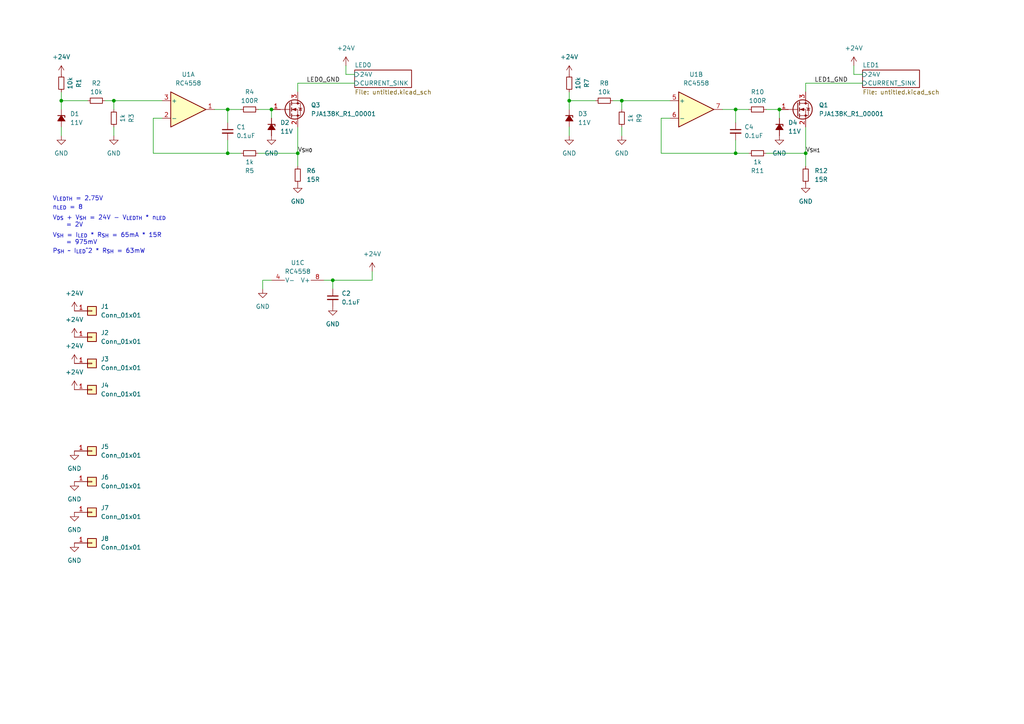
<source format=kicad_sch>
(kicad_sch (version 20230121) (generator eeschema)
  (paper "A4")
  (lib_symbols
    (symbol "Amplifier_Operational:RC4558" (pin_names (offset 0.127))
      (property "Reference" "U" (at 0 5.08 0))
      (property "Value" "RC4558" (at 0 -5.08 0))
      (symbol "RC4558_1_1"
        (polyline (pts (xy -5.08 5.08) (xy 5.08 0) (xy -5.08 -5.08) (xy -5.08 5.08)) (stroke (width 0.254)) (fill (type background)))
        (pin output line (at 7.62 0 180) (length 2.54) (name "~") (number "1"))
        (pin input line (at -7.62 -2.54 0) (length 2.54) (name "-") (number "2"))
        (pin input line (at -7.62 2.54 0) (length 2.54) (name "+") (number "3"))
      )
      (symbol "RC4558_2_1"
        (polyline (pts (xy -5.08 5.08) (xy 5.08 0) (xy -5.08 -5.08) (xy -5.08 5.08)) (stroke (width 0.254)) (fill (type background)))
        (pin input line (at -7.62 2.54 0) (length 2.54) (name "+") (number "5"))
        (pin input line (at -7.62 -2.54 0) (length 2.54) (name "-") (number "6"))
        (pin output line (at 7.62 0 180) (length 2.54) (name "~") (number "7"))
      )
      (symbol "RC4558_3_1"
        (pin power_in line (at -2.54 -7.62 90) (length 3.81) (name "V-") (number "4"))
        (pin power_in line (at -2.54 7.62 270) (length 3.81) (name "V+") (number "8"))
      )
    )
    (symbol "Connector_Generic:Conn_01x01" (pin_names (offset 1.016) hide)
      (property "Reference" "J" (at 0 2.54 0))
      (property "Value" "Conn_01x01" (at 0 -2.54 0))
      (symbol "Conn_01x01_1_1"
        (rectangle (start -1.27 0.127) (end 0 -0.127) (stroke (width 0.1524)))
        (rectangle (start -1.27 1.27) (end 1.27 -1.27) (stroke (width 0.254)) (fill (type background)))
        (pin passive line (at -5.08 0 0) (length 3.81) (name "Pin_1") (number "1"))
      )
    )
    (symbol "Device:C_Small" (pin_numbers hide) (pin_names (offset 0.254) hide)
      (property "Reference" "C" (at 0.254 1.778 0))
      (property "Value" "C_Small" (at 0.254 -2.032 0))
      (symbol "C_Small_0_1"
        (polyline (pts (xy -1.524 -0.508) (xy 1.524 -0.508)) (stroke (width 0.3302)))
        (polyline (pts (xy -1.524 0.508) (xy 1.524 0.508)) (stroke (width 0.3048)))
      )
      (symbol "C_Small_1_1"
        (pin passive line (at 0 2.54 270) (length 2.032) (name "~") (number "1"))
        (pin passive line (at 0 -2.54 90) (length 2.032) (name "~") (number "2"))
      )
    )
    (symbol "Device:D_Zener_Small_Filled" (pin_numbers hide) (pin_names (offset 0.254) hide)
      (property "Reference" "D" (at 0 2.286 0))
      (property "Value" "D_Zener_Small_Filled" (at 0 -2.286 0))
      (symbol "D_Zener_Small_Filled_0_1"
        (polyline (pts (xy 0.762 0) (xy -0.762 0)))
        (polyline (pts (xy -0.254 1.016) (xy -0.762 1.016) (xy -0.762 -1.016)) (stroke (width 0.254)))
        (polyline (pts (xy 0.762 1.016) (xy -0.762 0) (xy 0.762 -1.016) (xy 0.762 1.016)) (stroke (width 0.254)) (fill (type outline)))
      )
      (symbol "D_Zener_Small_Filled_1_1"
        (pin passive line (at -2.54 0 0) (length 1.778) (name "K") (number "1"))
        (pin passive line (at 2.54 0 180) (length 1.778) (name "A") (number "2"))
      )
    )
    (symbol "Device:Q_NMOS_GSD" (pin_names (offset 0) hide)
      (property "Reference" "Q" (at 5.08 1.27 0))
      (property "Value" "Q_NMOS_GSD" (at 5.08 -1.27 0))
      (symbol "Q_NMOS_GSD_0_1"
        (polyline (pts (xy 0.254 0) (xy -2.54 0)))
        (polyline (pts (xy 0.254 1.905) (xy 0.254 -1.905)) (stroke (width 0.254)))
        (polyline (pts (xy 0.762 -1.27) (xy 0.762 -2.286)) (stroke (width 0.254)))
        (polyline (pts (xy 0.762 0.508) (xy 0.762 -0.508)) (stroke (width 0.254)))
        (polyline (pts (xy 0.762 2.286) (xy 0.762 1.27)) (stroke (width 0.254)))
        (polyline (pts (xy 2.54 2.54) (xy 2.54 1.778)))
        (polyline (pts (xy 2.54 -2.54) (xy 2.54 0) (xy 0.762 0)))
        (polyline (pts (xy 0.762 -1.778) (xy 3.302 -1.778) (xy 3.302 1.778) (xy 0.762 1.778)))
        (polyline (pts (xy 1.016 0) (xy 2.032 0.381) (xy 2.032 -0.381) (xy 1.016 0)) (fill (type outline)))
        (polyline (pts (xy 2.794 0.508) (xy 2.921 0.381) (xy 3.683 0.381) (xy 3.81 0.254)))
        (polyline (pts (xy 3.302 0.381) (xy 2.921 -0.254) (xy 3.683 -0.254) (xy 3.302 0.381)))
        (circle (center 1.651 0) (radius 2.794) (stroke (width 0.254)))
        (circle (center 2.54 -1.778) (radius 0.254) (fill (type outline)))
        (circle (center 2.54 1.778) (radius 0.254) (fill (type outline)))
      )
      (symbol "Q_NMOS_GSD_1_1"
        (pin input line (at -5.08 0 0) (length 2.54) (name "G") (number "1"))
        (pin passive line (at 2.54 -5.08 90) (length 2.54) (name "S") (number "2"))
        (pin passive line (at 2.54 5.08 270) (length 2.54) (name "D") (number "3"))
      )
    )
    (symbol "Device:R_Small" (pin_numbers hide) (pin_names (offset 0.254) hide)
      (property "Reference" "R" (at 0.762 0.508 0))
      (property "Value" "R_Small" (at 0.762 -1.016 0))
      (symbol "R_Small_0_1"
        (rectangle (start -0.762 1.778) (end 0.762 -1.778) (stroke (width 0.2032)))
      )
      (symbol "R_Small_1_1"
        (pin passive line (at 0 2.54 270) (length 0.762) (name "~") (number "1"))
        (pin passive line (at 0 -2.54 90) (length 0.762) (name "~") (number "2"))
      )
    )
    (symbol "power:+24V" (power) (pin_names (offset 0))
      (property "Value" "+24V" (at 0 3.556 0))
      (symbol "+24V_0_1"
        (polyline (pts (xy -0.762 1.27) (xy 0 2.54)))
        (polyline (pts (xy 0 0) (xy 0 2.54)))
        (polyline (pts (xy 0 2.54) (xy 0.762 1.27)))
      )
      (symbol "+24V_1_1"
        (pin power_in line (at 0 0 90) (length 0) hide (name "+24V") (number "1"))
      )
    )
    (symbol "power:GND" (power) (pin_names (offset 0))
      (property "Value" "GND" (at 0 -3.81 0))
      (symbol "GND_0_1"
        (polyline (pts (xy 0 0) (xy 0 -1.27) (xy 1.27 -1.27) (xy 0 -2.54) (xy -1.27 -1.27) (xy 0 -1.27)))
      )
      (symbol "GND_1_1"
        (pin power_in line (at 0 0 270) (length 0) hide (name "GND") (number "1"))
      )
    )
  )
  (junction (at 66.04 31.75))
  (junction (at 33.02 29.21))
  (junction (at 66.04 44.45))
  (junction (at 78.74 31.75))
  (junction (at 17.78 29.21))
  (junction (at 96.52 81.28))
  (junction (at 180.34 29.21))
  (junction (at 86.36 44.45))
  (junction (at 233.68 44.45))
  (junction (at 226.06 31.75))
  (junction (at 213.36 31.75))
  (junction (at 165.1 29.21))
  (junction (at 213.36 44.45))
  (wire (pts (xy 217.17 44.45) (xy 213.36 44.45)))
  (wire (pts (xy 86.36 44.45) (xy 86.36 48.26)))
  (wire (pts (xy 74.93 44.45) (xy 86.36 44.45)))
  (wire (pts (xy 96.52 83.82) (xy 96.52 81.28)))
  (wire (pts (xy 69.85 44.45) (xy 66.04 44.45)))
  (wire (pts (xy 33.02 29.21) (xy 46.99 29.21)))
  (wire (pts (xy 233.68 24.13) (xy 250.19 24.13)))
  (wire (pts (xy 17.78 26.67) (xy 17.78 29.21)))
  (wire (pts (xy 66.04 44.45) (xy 66.04 40.64)))
  (wire (pts (xy 209.55 31.75) (xy 213.36 31.75)))
  (wire (pts (xy 66.04 31.75) (xy 66.04 35.56)))
  (wire (pts (xy 165.1 26.67) (xy 165.1 29.21)))
  (wire (pts (xy 222.25 31.75) (xy 226.06 31.75)))
  (wire (pts (xy 165.1 29.21) (xy 165.1 31.75)))
  (wire (pts (xy 213.36 31.75) (xy 213.36 35.56)))
  (wire (pts (xy 76.2 81.28) (xy 78.74 81.28)))
  (wire (pts (xy 44.45 34.29) (xy 46.99 34.29)))
  (wire (pts (xy 165.1 29.21) (xy 172.72 29.21)))
  (wire (pts (xy 17.78 29.21) (xy 17.78 31.75)))
  (wire (pts (xy 100.33 21.59) (xy 102.87 21.59)))
  (wire (pts (xy 86.36 36.83) (xy 86.36 44.45)))
  (wire (pts (xy 44.45 44.45) (xy 44.45 34.29)))
  (wire (pts (xy 247.65 19.05) (xy 247.65 21.59)))
  (wire (pts (xy 180.34 36.83) (xy 180.34 39.37)))
  (wire (pts (xy 247.65 21.59) (xy 250.19 21.59)))
  (wire (pts (xy 213.36 44.45) (xy 191.77 44.45)))
  (wire (pts (xy 33.02 29.21) (xy 33.02 31.75)))
  (wire (pts (xy 66.04 44.45) (xy 44.45 44.45)))
  (wire (pts (xy 222.25 44.45) (xy 233.68 44.45)))
  (wire (pts (xy 76.2 83.82) (xy 76.2 81.28)))
  (wire (pts (xy 191.77 34.29) (xy 194.31 34.29)))
  (wire (pts (xy 100.33 19.05) (xy 100.33 21.59)))
  (wire (pts (xy 17.78 36.83) (xy 17.78 39.37)))
  (wire (pts (xy 213.36 31.75) (xy 217.17 31.75)))
  (wire (pts (xy 191.77 44.45) (xy 191.77 34.29)))
  (wire (pts (xy 30.48 29.21) (xy 33.02 29.21)))
  (wire (pts (xy 78.74 31.75) (xy 78.74 34.29)))
  (wire (pts (xy 86.36 24.13) (xy 102.87 24.13)))
  (wire (pts (xy 66.04 31.75) (xy 69.85 31.75)))
  (wire (pts (xy 180.34 29.21) (xy 194.31 29.21)))
  (wire (pts (xy 233.68 26.67) (xy 233.68 24.13)))
  (wire (pts (xy 180.34 29.21) (xy 180.34 31.75)))
  (wire (pts (xy 165.1 36.83) (xy 165.1 39.37)))
  (wire (pts (xy 17.78 29.21) (xy 25.4 29.21)))
  (wire (pts (xy 96.52 81.28) (xy 93.98 81.28)))
  (wire (pts (xy 62.23 31.75) (xy 66.04 31.75)))
  (wire (pts (xy 226.06 31.75) (xy 226.06 34.29)))
  (wire (pts (xy 74.93 31.75) (xy 78.74 31.75)))
  (wire (pts (xy 86.36 26.67) (xy 86.36 24.13)))
  (wire (pts (xy 233.68 36.83) (xy 233.68 44.45)))
  (wire (pts (xy 233.68 44.45) (xy 233.68 48.26)))
  (wire (pts (xy 96.52 81.28) (xy 107.95 81.28)))
  (wire (pts (xy 107.95 78.74) (xy 107.95 81.28)))
  (wire (pts (xy 213.36 44.45) (xy 213.36 40.64)))
  (wire (pts (xy 33.02 36.83) (xy 33.02 39.37)))
  (wire (pts (xy 177.8 29.21) (xy 180.34 29.21)))
  (text "n_{LED} = 8" (at 15.24 60.96 0) (effects (font (size 1.27 1.27)) (justify left bottom)))
  (text "V_{DS} + V_{SH} = 24V - V_{LEDTH} * n_{LED}\n    = 2V" (at 15.24 66.04 0) (effects (font (size 1.27 1.27)) (justify left bottom)))
  (text "P_{SH} ~ I_{LED}^2 * R_{SH} = 63mW" (at 15.24 73.66 0) (effects (font (size 1.27 1.27)) (justify left bottom)))
  (text "V_{SH} = I_{LED} * R_{SH} = 65mA * 15R\n    = 975mV" (at 15.24 71.12 0) (effects (font (size 1.27 1.27)) (justify left bottom)))
  (text "V_{LED_{TH}} = 2.75V" (at 15.24 58.42 0) (effects (font (size 1.27 1.27)) (justify left bottom)))
  (label "LED0_GND" (at 88.9 24.13 0))
  (label "LED1_GND" (at 236.22 24.13 0))
  (label "V_{SH0}" (at 86.36 44.45 0))
  (label "V_{SH1}" (at 233.68 44.45 0))
  (symbol (lib_id "power:GND") (at 180.34 39.37 0) (unit 1)
    (property "Reference" "#PWR013" (effects hide))
    (property "Value" "GND" (at 180.34 44.45 0))
  )
  (symbol (lib_id "power:GND") (at 76.2 83.82 0) (unit 1)
    (property "Reference" "#PWR04" (effects hide))
    (property "Value" "GND" (at 76.2 88.9 0))
  )
  (symbol (lib_id "power:+24V") (at 21.59 105.41 0) (unit 1)
    (property "Reference" "#PWR018" (effects hide))
    (property "Value" "+24V" (at 21.59 100.33 0))
  )
  (symbol (lib_id "power:+24V") (at 165.1 21.59 0) (unit 1)
    (property "Reference" "#PWR011" (effects hide))
    (property "Value" "+24V" (at 165.1 16.51 0))
  )
  (symbol (lib_id "Connector_Generic:Conn_01x01") (at 26.67 97.79 0) (unit 1)
    (property "Reference" "J2" (at 29.21 96.52 0) (effects (justify left)))
    (property "Value" "Conn_01x01" (at 29.21 99.06 0) (effects (justify left)))
    (property "Footprint" "custom:pad_2x1mm" (effects hide))
  )
  (symbol (lib_id "Connector_Generic:Conn_01x01") (at 26.67 130.81 0) (unit 1)
    (property "Reference" "J5" (at 29.21 129.54 0) (effects (justify left)))
    (property "Value" "Conn_01x01" (at 29.21 132.08 0) (effects (justify left)))
    (property "Footprint" "custom:pad_2x1mm" (effects hide))
  )
  (symbol (lib_id "power:GND") (at 96.52 88.9 0) (unit 1)
    (property "Reference" "#PWR07" (effects hide))
    (property "Value" "GND" (at 96.52 93.98 0))
  )
  (symbol (lib_id "Amplifier_Operational:RC4558") (at 54.61 31.75 0) (unit 1)
    (property "Reference" "U1" (at 54.61 21.59 0))
    (property "Value" "RC4558" (at 54.61 24.13 0))
    (property "Footprint" "Package_SO:SOIC-8_3.9x4.9mm_P1.27mm" (effects hide))
    (property "Datasheet" "http://www.ti.com/lit/ds/symlink/rc4558.pdf" (effects hide))
    (property "MPN" "RC4558IDR" (effects hide))
  )
  (symbol (lib_id "Device:R_Small") (at 33.02 34.29 0) (mirror x) (unit 1)
    (property "Reference" "R3" (at 38.1 34.29 90))
    (property "Value" "1k" (at 35.56 34.29 90))
    (property "Footprint" "Resistor_SMD:R_0603_1608Metric" (effects hide))
  )
  (symbol (lib_id "power:GND") (at 21.59 157.48 0) (unit 1)
    (property "Reference" "#PWR023" (effects hide))
    (property "Value" "GND" (at 21.59 162.56 0))
  )
  (symbol (lib_id "Device:Q_NMOS_GSD") (at 231.14 31.75 0) (unit 1)
    (property "Reference" "Q1" (at 237.49 30.48 0) (effects (justify left)))
    (property "Value" "PJA138K_R1_00001" (at 237.49 33.02 0) (effects (justify left)))
    (property "Footprint" "Package_TO_SOT_SMD:SOT-23" (effects hide))
    (property "MPN" "PJA138K_R1_00001" (effects hide))
  )
  (symbol (lib_id "Connector_Generic:Conn_01x01") (at 26.67 139.7 0) (unit 1)
    (property "Reference" "J6" (at 29.21 138.43 0) (effects (justify left)))
    (property "Value" "Conn_01x01" (at 29.21 140.97 0) (effects (justify left)))
    (property "Footprint" "custom:pad_2x1mm" (effects hide))
  )
  (symbol (lib_id "power:+24V") (at 100.33 19.05 0) (unit 1)
    (property "Reference" "#PWR08" (effects hide))
    (property "Value" "+24V" (at 100.33 13.97 0))
  )
  (symbol (lib_id "power:+24V") (at 21.59 90.17 0) (unit 1)
    (property "Reference" "#PWR010" (effects hide))
    (property "Value" "+24V" (at 21.59 85.09 0))
  )
  (symbol (lib_id "power:+24V") (at 247.65 19.05 0) (unit 1)
    (property "Reference" "#PWR016" (effects hide))
    (property "Value" "+24V" (at 247.65 13.97 0))
  )
  (symbol (lib_id "Amplifier_Operational:RC4558") (at 201.93 31.75 0) (unit 2)
    (property "Reference" "U1" (at 201.93 21.59 0))
    (property "Value" "RC4558" (at 201.93 24.13 0))
    (property "Footprint" "Package_SO:SOIC-8_3.9x4.9mm_P1.27mm" (effects hide))
    (property "Datasheet" "http://www.ti.com/lit/ds/symlink/rc4558.pdf" (effects hide))
    (property "MPN" "RC4558IDR" (effects hide))
  )
  (symbol (lib_id "power:+24V") (at 21.59 113.03 0) (unit 1)
    (property "Reference" "#PWR019" (effects hide))
    (property "Value" "+24V" (at 21.59 107.95 0))
  )
  (symbol (lib_id "Connector_Generic:Conn_01x01") (at 26.67 148.59 0) (unit 1)
    (property "Reference" "J7" (at 29.21 147.32 0) (effects (justify left)))
    (property "Value" "Conn_01x01" (at 29.21 149.86 0) (effects (justify left)))
    (property "Footprint" "custom:pad_2x1mm" (effects hide))
  )
  (symbol (lib_id "power:GND") (at 233.68 53.34 0) (unit 1)
    (property "Reference" "#PWR015" (effects hide))
    (property "Value" "GND" (at 233.68 58.42 0))
  )
  (symbol (lib_id "power:GND") (at 165.1 39.37 0) (unit 1)
    (property "Reference" "#PWR012" (effects hide))
    (property "Value" "GND" (at 165.1 44.45 0))
  )
  (symbol (lib_id "Connector_Generic:Conn_01x01") (at 26.67 157.48 0) (unit 1)
    (property "Reference" "J8" (at 29.21 156.21 0) (effects (justify left)))
    (property "Value" "Conn_01x01" (at 29.21 158.75 0) (effects (justify left)))
    (property "Footprint" "custom:pad_2x1mm" (effects hide))
  )
  (symbol (lib_id "Device:R_Small") (at 175.26 29.21 270) (mirror x) (unit 1)
    (property "Reference" "R8" (at 175.26 24.13 90))
    (property "Value" "10k" (at 175.26 26.67 90))
    (property "Footprint" "Resistor_SMD:R_0603_1608Metric" (effects hide))
  )
  (symbol (lib_id "Device:D_Zener_Small_Filled") (at 17.78 34.29 270) (unit 1)
    (property "Reference" "D1" (at 20.32 33.02 90) (effects (justify left)))
    (property "Value" "11V" (at 20.32 35.56 90) (effects (justify left)))
    (property "Footprint" "Diode_SMD:D_SOD-323" (effects hide))
    (property "Datasheet" "https://www.onsemi.com/pdf/datasheet/mm5z2v4t1-d.pdf" (effects hide))
    (property "MPN" "MM3Z11VT1G" (effects hide))
  )
  (symbol (lib_id "power:GND") (at 86.36 53.34 0) (unit 1)
    (property "Reference" "#PWR06" (effects hide))
    (property "Value" "GND" (at 86.36 58.42 0))
  )
  (symbol (lib_id "Device:D_Zener_Small_Filled") (at 165.1 34.29 270) (unit 1)
    (property "Reference" "D3" (at 167.64 33.02 90) (effects (justify left)))
    (property "Value" "11V" (at 167.64 35.56 90) (effects (justify left)))
    (property "Footprint" "Diode_SMD:D_SOD-323" (effects hide))
    (property "Datasheet" "https://www.onsemi.com/pdf/datasheet/mm5z2v4t1-d.pdf" (effects hide))
    (property "MPN" "MM3Z11VT1G" (effects hide))
  )
  (symbol (lib_id "power:GND") (at 21.59 148.59 0) (unit 1)
    (property "Reference" "#PWR022" (effects hide))
    (property "Value" "GND" (at 21.59 153.67 0))
  )
  (symbol (lib_id "power:GND") (at 226.06 39.37 0) (unit 1)
    (property "Reference" "#PWR014" (effects hide))
    (property "Value" "GND" (at 226.06 44.45 0))
  )
  (symbol (lib_id "power:GND") (at 33.02 39.37 0) (unit 1)
    (property "Reference" "#PWR03" (effects hide))
    (property "Value" "GND" (at 33.02 44.45 0))
  )
  (symbol (lib_id "power:GND") (at 17.78 39.37 0) (unit 1)
    (property "Reference" "#PWR02" (effects hide))
    (property "Value" "GND" (at 17.78 44.45 0))
  )
  (symbol (lib_id "power:+24V") (at 107.95 78.74 0) (unit 1)
    (property "Reference" "#PWR09" (effects hide))
    (property "Value" "+24V" (at 107.95 73.66 0))
  )
  (symbol (lib_id "power:+24V") (at 21.59 97.79 0) (unit 1)
    (property "Reference" "#PWR017" (effects hide))
    (property "Value" "+24V" (at 21.59 92.71 0))
  )
  (symbol (lib_id "Device:R_Small") (at 219.71 31.75 90) (unit 1)
    (property "Reference" "R10" (at 219.71 26.67 90))
    (property "Value" "100R" (at 219.71 29.21 90))
    (property "Footprint" "Resistor_SMD:R_0603_1608Metric" (effects hide))
  )
  (symbol (lib_id "Device:R_Small") (at 86.36 50.8 0) (unit 1)
    (property "Reference" "R6" (at 88.9 49.53 0) (effects (justify left)))
    (property "Value" "15R" (at 88.9 52.07 0) (effects (justify left)))
    (property "Footprint" "Resistor_SMD:R_0603_1608Metric" (effects hide))
  )
  (symbol (lib_id "Device:Q_NMOS_GSD") (at 83.82 31.75 0) (unit 1)
    (property "Reference" "Q3" (at 90.17 30.48 0) (effects (justify left)))
    (property "Value" "PJA138K_R1_00001" (at 90.17 33.02 0) (effects (justify left)))
    (property "Footprint" "Package_TO_SOT_SMD:SOT-23" (effects hide))
    (property "MPN" "PJA138K_R1_00001" (effects hide))
  )
  (symbol (lib_id "Device:C_Small") (at 96.52 86.36 0) (unit 1)
    (property "Reference" "C2" (at 99.06 85.0963 0) (effects (justify left)))
    (property "Value" "0.1uF" (at 99.06 87.6363 0) (effects (justify left)))
    (property "Footprint" "Capacitor_SMD:C_0603_1608Metric" (effects hide))
  )
  (symbol (lib_id "Connector_Generic:Conn_01x01") (at 26.67 113.03 0) (unit 1)
    (property "Reference" "J4" (at 29.21 111.76 0) (effects (justify left)))
    (property "Value" "Conn_01x01" (at 29.21 114.3 0) (effects (justify left)))
    (property "Footprint" "custom:pad_2x1mm" (effects hide))
  )
  (symbol (lib_id "Device:R_Small") (at 219.71 44.45 90) (mirror x) (unit 1)
    (property "Reference" "R11" (at 219.71 49.53 90))
    (property "Value" "1k" (at 219.71 46.99 90))
    (property "Footprint" "Resistor_SMD:R_0603_1608Metric" (effects hide))
  )
  (symbol (lib_id "Device:D_Zener_Small_Filled") (at 226.06 36.83 270) (unit 1)
    (property "Reference" "D4" (at 228.6 35.56 90) (effects (justify left)))
    (property "Value" "11V" (at 228.6 38.1 90) (effects (justify left)))
    (property "Footprint" "Diode_SMD:D_SOD-323" (effects hide))
    (property "Datasheet" "https://www.onsemi.com/pdf/datasheet/mm5z2v4t1-d.pdf" (effects hide))
    (property "MPN" "MM3Z11VT1G" (effects hide))
  )
  (symbol (lib_id "Device:R_Small") (at 72.39 31.75 90) (unit 1)
    (property "Reference" "R4" (at 72.39 26.67 90))
    (property "Value" "100R" (at 72.39 29.21 90))
    (property "Footprint" "Resistor_SMD:R_0603_1608Metric" (effects hide))
  )
  (symbol (lib_id "Amplifier_Operational:RC4558") (at 86.36 83.82 270) (unit 3)
    (property "Reference" "U1" (at 86.36 76.2 90))
    (property "Value" "RC4558" (at 86.36 78.74 90))
    (property "Footprint" "Package_SO:SOIC-8_3.9x4.9mm_P1.27mm" (effects hide))
    (property "Datasheet" "http://www.ti.com/lit/ds/symlink/rc4558.pdf" (effects hide))
    (property "MPN" "RC4558IDR" (effects hide))
  )
  (symbol (lib_id "power:GND") (at 21.59 130.81 0) (unit 1)
    (property "Reference" "#PWR020" (effects hide))
    (property "Value" "GND" (at 21.59 135.89 0))
  )
  (symbol (lib_id "Device:R_Small") (at 17.78 24.13 0) (mirror x) (unit 1)
    (property "Reference" "R1" (at 22.86 24.13 90))
    (property "Value" "10k" (at 20.32 24.13 90))
    (property "Footprint" "Resistor_SMD:R_0603_1608Metric" (effects hide))
  )
  (symbol (lib_id "Device:R_Small") (at 165.1 24.13 0) (mirror x) (unit 1)
    (property "Reference" "R7" (at 170.18 24.13 90))
    (property "Value" "10k" (at 167.64 24.13 90))
    (property "Footprint" "Resistor_SMD:R_0603_1608Metric" (effects hide))
  )
  (symbol (lib_id "Device:R_Small") (at 72.39 44.45 90) (mirror x) (unit 1)
    (property "Reference" "R5" (at 72.39 49.53 90))
    (property "Value" "1k" (at 72.39 46.99 90))
    (property "Footprint" "Resistor_SMD:R_0603_1608Metric" (effects hide))
  )
  (symbol (lib_id "Connector_Generic:Conn_01x01") (at 26.67 105.41 0) (unit 1)
    (property "Reference" "J3" (at 29.21 104.14 0) (effects (justify left)))
    (property "Value" "Conn_01x01" (at 29.21 106.68 0) (effects (justify left)))
    (property "Footprint" "custom:pad_2x1mm" (effects hide))
  )
  (symbol (lib_id "Device:D_Zener_Small_Filled") (at 78.74 36.83 270) (unit 1)
    (property "Reference" "D2" (at 81.28 35.56 90) (effects (justify left)))
    (property "Value" "11V" (at 81.28 38.1 90) (effects (justify left)))
    (property "Footprint" "Diode_SMD:D_SOD-323" (effects hide))
    (property "Datasheet" "https://www.onsemi.com/pdf/datasheet/mm5z2v4t1-d.pdf" (effects hide))
    (property "MPN" "MM3Z11VT1G" (effects hide))
  )
  (symbol (lib_id "Connector_Generic:Conn_01x01") (at 26.67 90.17 0) (unit 1)
    (property "Reference" "J1" (at 29.21 88.9 0) (effects (justify left)))
    (property "Value" "Conn_01x01" (at 29.21 91.44 0) (effects (justify left)))
    (property "Footprint" "custom:pad_2x1mm" (effects hide))
  )
  (symbol (lib_id "Device:R_Small") (at 27.94 29.21 270) (mirror x) (unit 1)
    (property "Reference" "R2" (at 27.94 24.13 90))
    (property "Value" "10k" (at 27.94 26.67 90))
    (property "Footprint" "Resistor_SMD:R_0603_1608Metric" (effects hide))
  )
  (symbol (lib_id "Device:R_Small") (at 233.68 50.8 0) (unit 1)
    (property "Reference" "R12" (at 236.22 49.53 0) (effects (justify left)))
    (property "Value" "15R" (at 236.22 52.07 0) (effects (justify left)))
    (property "Footprint" "Resistor_SMD:R_0603_1608Metric" (effects hide))
  )
  (symbol (lib_id "Device:R_Small") (at 180.34 34.29 0) (mirror x) (unit 1)
    (property "Reference" "R9" (at 185.42 34.29 90))
    (property "Value" "1k" (at 182.88 34.29 90))
    (property "Footprint" "Resistor_SMD:R_0603_1608Metric" (effects hide))
  )
  (symbol (lib_id "power:+24V") (at 17.78 21.59 0) (unit 1)
    (property "Reference" "#PWR01" (effects hide))
    (property "Value" "+24V" (at 17.78 16.51 0))
  )
  (symbol (lib_id "Device:C_Small") (at 213.36 38.1 0) (unit 1)
    (property "Reference" "C4" (at 215.9 36.8363 0) (effects (justify left)))
    (property "Value" "0.1uF" (at 215.9 39.3763 0) (effects (justify left)))
    (property "Footprint" "Capacitor_SMD:C_0603_1608Metric" (effects hide))
  )
  (symbol (lib_id "power:GND") (at 21.59 139.7 0) (unit 1)
    (property "Reference" "#PWR021" (effects hide))
    (property "Value" "GND" (at 21.59 144.78 0))
  )
  (symbol (lib_id "power:GND") (at 78.74 39.37 0) (unit 1)
    (property "Reference" "#PWR05" (effects hide))
    (property "Value" "GND" (at 78.74 44.45 0))
  )
  (symbol (lib_id "Device:C_Small") (at 66.04 38.1 0) (unit 1)
    (property "Reference" "C1" (at 68.58 36.8363 0) (effects (justify left)))
    (property "Value" "0.1uF" (at 68.58 39.3763 0) (effects (justify left)))
    (property "Footprint" "Capacitor_SMD:C_0603_1608Metric" (effects hide))
  )
  (sheet (at 250.19 20.32) (size 16.51 5.08) (stroke (width 0.1524))
    (property "Sheetname" "LED1" (at 250.19 19.6084 0) (effects (justify left bottom)))
    (property "Sheetfile" "untitled.kicad_sch" (at 250.19 25.9846 0) (effects (justify left top)))
    (pin "CURRENT_SINK" input (at 250.19 24.13 180))
    (pin "24V" input (at 250.19 21.59 180))
  )
  (sheet (at 102.87 20.32) (size 16.51 5.08) (stroke (width 0.1524))
    (property "Sheetname" "LED0" (at 102.87 19.6084 0) (effects (justify left bottom)))
    (property "Sheetfile" "untitled.kicad_sch" (at 102.87 25.9846 0) (effects (justify left top)))
    (pin "CURRENT_SINK" input (at 102.87 24.13 180))
    (pin "24V" input (at 102.87 21.59 180))
  )
)
</source>
